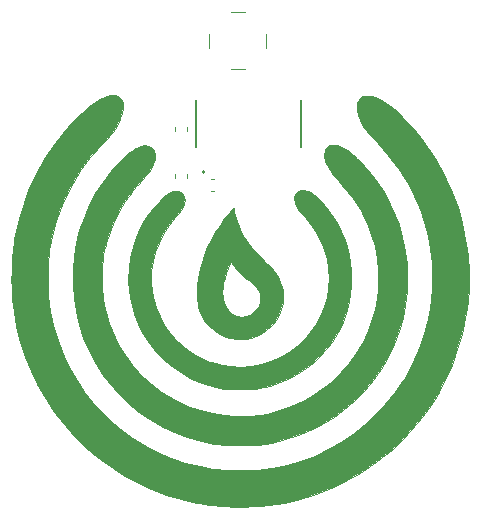
<source format=gto>
G04 #@! TF.GenerationSoftware,KiCad,Pcbnew,5.0.2-bee76a0~70~ubuntu18.04.1*
G04 #@! TF.CreationDate,2019-08-08T16:15:43+02:00*
G04 #@! TF.ProjectId,Badge (copy),42616467-6520-4286-936f-7079292e6b69,V01*
G04 #@! TF.SameCoordinates,Original*
G04 #@! TF.FileFunction,Legend,Top*
G04 #@! TF.FilePolarity,Positive*
%FSLAX46Y46*%
G04 Gerber Fmt 4.6, Leading zero omitted, Abs format (unit mm)*
G04 Created by KiCad (PCBNEW 5.0.2-bee76a0~70~ubuntu18.04.1) date Thu 08 Aug 2019 04:15:43 PM SAST*
%MOMM*%
%LPD*%
G01*
G04 APERTURE LIST*
%ADD10C,0.120000*%
%ADD11C,0.127000*%
%ADD12C,0.200000*%
%ADD13C,0.010000*%
%ADD14C,0.100000*%
G04 APERTURE END LIST*
D10*
G04 #@! TO.C,R14*
X104612221Y-92331000D02*
X104937779Y-92331000D01*
X104612221Y-91311000D02*
X104937779Y-91311000D01*
G04 #@! TO.C,C1*
X109438221Y-78738000D02*
X109763779Y-78738000D01*
X109438221Y-79758000D02*
X109763779Y-79758000D01*
G04 #@! TO.C,C2*
X106424000Y-78297721D02*
X106424000Y-78623279D01*
X107444000Y-78297721D02*
X107444000Y-78623279D01*
G04 #@! TO.C,C3*
X106424000Y-74645639D02*
X106424000Y-74320081D01*
X107444000Y-74645639D02*
X107444000Y-74320081D01*
G04 #@! TO.C,R1*
X95442721Y-81028000D02*
X95768279Y-81028000D01*
X95442721Y-80008000D02*
X95768279Y-80008000D01*
G04 #@! TO.C,R2*
X96763721Y-96264000D02*
X97089279Y-96264000D01*
X96763721Y-97284000D02*
X97089279Y-97284000D01*
G04 #@! TO.C,R3*
X105907721Y-104396000D02*
X106233279Y-104396000D01*
X105907721Y-103376000D02*
X106233279Y-103376000D01*
G04 #@! TO.C,R4*
X118455221Y-103376000D02*
X118780779Y-103376000D01*
X118455221Y-104396000D02*
X118780779Y-104396000D01*
G04 #@! TO.C,R5*
X127091221Y-96264000D02*
X127416779Y-96264000D01*
X127091221Y-97284000D02*
X127416779Y-97284000D01*
G04 #@! TO.C,R6*
X128386721Y-80008000D02*
X128712279Y-80008000D01*
X128386721Y-81028000D02*
X128712279Y-81028000D01*
G04 #@! TO.C,R7*
X124297221Y-84203000D02*
X124622779Y-84203000D01*
X124297221Y-83183000D02*
X124622779Y-83183000D01*
G04 #@! TO.C,R8*
X119979221Y-96772000D02*
X120304779Y-96772000D01*
X119979221Y-97792000D02*
X120304779Y-97792000D01*
G04 #@! TO.C,R9*
X103596221Y-97665000D02*
X103921779Y-97665000D01*
X103596221Y-96645000D02*
X103921779Y-96645000D01*
G04 #@! TO.C,R10*
X99532221Y-83056000D02*
X99857779Y-83056000D01*
X99532221Y-84076000D02*
X99857779Y-84076000D01*
G04 #@! TO.C,R11*
X129478721Y-92331000D02*
X129804279Y-92331000D01*
X129478721Y-91311000D02*
X129804279Y-91311000D01*
G04 #@! TO.C,R12*
X94579221Y-92331000D02*
X94904779Y-92331000D01*
X94579221Y-91311000D02*
X94904779Y-91311000D01*
G04 #@! TO.C,R13*
X103977221Y-83818000D02*
X104302779Y-83818000D01*
X103977221Y-84838000D02*
X104302779Y-84838000D01*
G04 #@! TO.C,R15*
X118582221Y-92585000D02*
X118907779Y-92585000D01*
X118582221Y-91565000D02*
X118907779Y-91565000D01*
G04 #@! TO.C,R16*
X94325221Y-84711000D02*
X94650779Y-84711000D01*
X94325221Y-83691000D02*
X94650779Y-83691000D01*
G04 #@! TO.C,R17*
X119598221Y-83818000D02*
X119923779Y-83818000D01*
X119598221Y-84838000D02*
X119923779Y-84838000D01*
G04 #@! TO.C,R18*
X129504221Y-83691000D02*
X129829779Y-83691000D01*
X129504221Y-84711000D02*
X129829779Y-84711000D01*
G04 #@! TO.C,R19*
X126456221Y-77726000D02*
X126781779Y-77726000D01*
X126456221Y-76706000D02*
X126781779Y-76706000D01*
G04 #@! TO.C,R20*
X97246221Y-77853000D02*
X97571779Y-77853000D01*
X97246221Y-76833000D02*
X97571779Y-76833000D01*
D11*
G04 #@! TO.C,U1*
X108230000Y-76041000D02*
X108230000Y-72041000D01*
X117068000Y-76041000D02*
X117068000Y-72041000D01*
D12*
X108939000Y-78101000D02*
G75*
G03X108939000Y-78101000I-100000J0D01*
G01*
D13*
G04 #@! TO.C,G\002A\002A\002A*
G36*
X111410601Y-81193747D02*
X111424085Y-81293244D01*
X111444566Y-81486630D01*
X111501241Y-81746071D01*
X111586956Y-82048374D01*
X111694557Y-82370346D01*
X111816891Y-82688794D01*
X111940440Y-82967350D01*
X112119858Y-83324116D01*
X112300263Y-83644161D01*
X112493746Y-83943540D01*
X112712397Y-84238307D01*
X112968309Y-84544517D01*
X113273573Y-84878225D01*
X113640278Y-85255486D01*
X113736041Y-85351561D01*
X114159299Y-85785871D01*
X114510364Y-86173496D01*
X114796955Y-86526559D01*
X115026792Y-86857184D01*
X115207593Y-87177493D01*
X115347078Y-87499609D01*
X115452965Y-87835658D01*
X115526630Y-88163779D01*
X115572286Y-88655849D01*
X115532577Y-89169576D01*
X115412999Y-89686753D01*
X115219044Y-90189172D01*
X114956207Y-90658626D01*
X114656406Y-91047848D01*
X114237704Y-91445432D01*
X113760696Y-91776986D01*
X113244866Y-92030577D01*
X112831838Y-92165622D01*
X112461624Y-92231945D01*
X112040840Y-92261241D01*
X111608972Y-92253560D01*
X111205507Y-92208952D01*
X110988986Y-92163310D01*
X110495900Y-91995010D01*
X110043883Y-91755295D01*
X109614979Y-91433511D01*
X109363308Y-91198664D01*
X108992167Y-90779715D01*
X108704248Y-90342595D01*
X108493034Y-89872115D01*
X108352007Y-89353090D01*
X108274651Y-88770333D01*
X108266076Y-88641793D01*
X108266977Y-88292750D01*
X110438312Y-88292750D01*
X110472754Y-88775424D01*
X110573465Y-89205277D01*
X110738059Y-89575231D01*
X110964153Y-89878205D01*
X111249362Y-90107120D01*
X111264578Y-90116171D01*
X111637514Y-90283463D01*
X112015361Y-90352117D01*
X112395236Y-90321954D01*
X112743024Y-90207232D01*
X113060682Y-90010335D01*
X113329158Y-89731860D01*
X113494585Y-89471092D01*
X113564609Y-89323084D01*
X113605764Y-89186175D01*
X113625285Y-89024126D01*
X113630403Y-88800698D01*
X113630411Y-88790621D01*
X113624995Y-88557114D01*
X113604606Y-88388923D01*
X113563229Y-88252548D01*
X113515961Y-88153170D01*
X113281173Y-87813402D01*
X112958076Y-87508072D01*
X112649470Y-87298393D01*
X112369277Y-87107950D01*
X112083048Y-86869626D01*
X111811751Y-86604644D01*
X111576352Y-86334228D01*
X111397819Y-86079598D01*
X111340482Y-85973445D01*
X111191827Y-85661543D01*
X111036312Y-85953319D01*
X110887784Y-86273950D01*
X110745180Y-86657321D01*
X110619811Y-87067100D01*
X110522986Y-87466954D01*
X110472522Y-87764335D01*
X110438312Y-88292750D01*
X108266977Y-88292750D01*
X108268007Y-87893792D01*
X108353973Y-87110335D01*
X108520445Y-86302630D01*
X108763898Y-85481883D01*
X109080803Y-84659301D01*
X109467633Y-83846091D01*
X109920861Y-83053459D01*
X110124224Y-82738278D01*
X110303507Y-82476818D01*
X110495617Y-82208706D01*
X110690813Y-81946284D01*
X110879356Y-81701896D01*
X111051505Y-81487884D01*
X111197522Y-81316591D01*
X111307665Y-81200360D01*
X111372197Y-81151532D01*
X111376933Y-81150778D01*
X111410601Y-81193747D01*
X111410601Y-81193747D01*
G37*
X111410601Y-81193747D02*
X111424085Y-81293244D01*
X111444566Y-81486630D01*
X111501241Y-81746071D01*
X111586956Y-82048374D01*
X111694557Y-82370346D01*
X111816891Y-82688794D01*
X111940440Y-82967350D01*
X112119858Y-83324116D01*
X112300263Y-83644161D01*
X112493746Y-83943540D01*
X112712397Y-84238307D01*
X112968309Y-84544517D01*
X113273573Y-84878225D01*
X113640278Y-85255486D01*
X113736041Y-85351561D01*
X114159299Y-85785871D01*
X114510364Y-86173496D01*
X114796955Y-86526559D01*
X115026792Y-86857184D01*
X115207593Y-87177493D01*
X115347078Y-87499609D01*
X115452965Y-87835658D01*
X115526630Y-88163779D01*
X115572286Y-88655849D01*
X115532577Y-89169576D01*
X115412999Y-89686753D01*
X115219044Y-90189172D01*
X114956207Y-90658626D01*
X114656406Y-91047848D01*
X114237704Y-91445432D01*
X113760696Y-91776986D01*
X113244866Y-92030577D01*
X112831838Y-92165622D01*
X112461624Y-92231945D01*
X112040840Y-92261241D01*
X111608972Y-92253560D01*
X111205507Y-92208952D01*
X110988986Y-92163310D01*
X110495900Y-91995010D01*
X110043883Y-91755295D01*
X109614979Y-91433511D01*
X109363308Y-91198664D01*
X108992167Y-90779715D01*
X108704248Y-90342595D01*
X108493034Y-89872115D01*
X108352007Y-89353090D01*
X108274651Y-88770333D01*
X108266076Y-88641793D01*
X108266977Y-88292750D01*
X110438312Y-88292750D01*
X110472754Y-88775424D01*
X110573465Y-89205277D01*
X110738059Y-89575231D01*
X110964153Y-89878205D01*
X111249362Y-90107120D01*
X111264578Y-90116171D01*
X111637514Y-90283463D01*
X112015361Y-90352117D01*
X112395236Y-90321954D01*
X112743024Y-90207232D01*
X113060682Y-90010335D01*
X113329158Y-89731860D01*
X113494585Y-89471092D01*
X113564609Y-89323084D01*
X113605764Y-89186175D01*
X113625285Y-89024126D01*
X113630403Y-88800698D01*
X113630411Y-88790621D01*
X113624995Y-88557114D01*
X113604606Y-88388923D01*
X113563229Y-88252548D01*
X113515961Y-88153170D01*
X113281173Y-87813402D01*
X112958076Y-87508072D01*
X112649470Y-87298393D01*
X112369277Y-87107950D01*
X112083048Y-86869626D01*
X111811751Y-86604644D01*
X111576352Y-86334228D01*
X111397819Y-86079598D01*
X111340482Y-85973445D01*
X111191827Y-85661543D01*
X111036312Y-85953319D01*
X110887784Y-86273950D01*
X110745180Y-86657321D01*
X110619811Y-87067100D01*
X110522986Y-87466954D01*
X110472522Y-87764335D01*
X110438312Y-88292750D01*
X108266977Y-88292750D01*
X108268007Y-87893792D01*
X108353973Y-87110335D01*
X108520445Y-86302630D01*
X108763898Y-85481883D01*
X109080803Y-84659301D01*
X109467633Y-83846091D01*
X109920861Y-83053459D01*
X110124224Y-82738278D01*
X110303507Y-82476818D01*
X110495617Y-82208706D01*
X110690813Y-81946284D01*
X110879356Y-81701896D01*
X111051505Y-81487884D01*
X111197522Y-81316591D01*
X111307665Y-81200360D01*
X111372197Y-81151532D01*
X111376933Y-81150778D01*
X111410601Y-81193747D01*
G36*
X117604002Y-79703973D02*
X117909485Y-79847573D01*
X118218764Y-80057617D01*
X118330902Y-80150838D01*
X118787079Y-80592424D01*
X119238500Y-81109303D01*
X119667884Y-81678344D01*
X120057946Y-82276415D01*
X120391405Y-82880383D01*
X120432135Y-82963156D01*
X120802822Y-83840277D01*
X121081589Y-84746216D01*
X121268234Y-85672727D01*
X121362556Y-86611564D01*
X121364352Y-87554480D01*
X121273420Y-88493229D01*
X121089558Y-89419566D01*
X120812565Y-90325245D01*
X120624137Y-90802950D01*
X120202268Y-91667137D01*
X119701315Y-92475243D01*
X119126774Y-93223051D01*
X118484143Y-93906347D01*
X117778920Y-94520914D01*
X117016604Y-95062539D01*
X116202691Y-95527003D01*
X115342680Y-95910094D01*
X114442068Y-96207594D01*
X113506354Y-96415289D01*
X113253178Y-96454745D01*
X112929169Y-96488760D01*
X112537452Y-96510992D01*
X112105716Y-96521514D01*
X111661654Y-96520397D01*
X111232955Y-96507712D01*
X110847309Y-96483530D01*
X110532408Y-96447923D01*
X110531116Y-96447726D01*
X109583974Y-96254025D01*
X108673493Y-95971173D01*
X107804765Y-95603462D01*
X106982882Y-95155185D01*
X106212936Y-94630635D01*
X105500019Y-94034105D01*
X104849222Y-93369887D01*
X104265638Y-92642275D01*
X103754359Y-91855562D01*
X103320476Y-91014040D01*
X102969082Y-90122002D01*
X102946116Y-90052945D01*
X102697376Y-89139247D01*
X102542573Y-88207147D01*
X102480808Y-87265486D01*
X102511182Y-86323104D01*
X102632795Y-85388842D01*
X102844748Y-84471539D01*
X103146140Y-83580036D01*
X103536073Y-82723173D01*
X103727689Y-82372867D01*
X104038630Y-81866483D01*
X104362394Y-81411761D01*
X104724467Y-80975446D01*
X105123694Y-80551186D01*
X105419783Y-80262069D01*
X105670757Y-80043978D01*
X105890854Y-79888433D01*
X106094317Y-79786953D01*
X106295385Y-79731059D01*
X106508300Y-79712271D01*
X106532763Y-79712106D01*
X106796584Y-79752082D01*
X107000099Y-79870461D01*
X107140409Y-80064915D01*
X107199943Y-80247291D01*
X107228661Y-80515462D01*
X107195458Y-80781443D01*
X107095351Y-81056434D01*
X106923355Y-81351635D01*
X106674488Y-81678247D01*
X106449150Y-81934527D01*
X105892367Y-82610560D01*
X105420920Y-83330435D01*
X105036619Y-84087622D01*
X104741277Y-84875589D01*
X104536704Y-85687804D01*
X104424710Y-86517735D01*
X104407107Y-87358850D01*
X104485707Y-88204618D01*
X104575518Y-88692111D01*
X104805692Y-89519961D01*
X105123197Y-90305862D01*
X105523082Y-91044314D01*
X106000395Y-91729815D01*
X106550186Y-92356865D01*
X107167504Y-92919961D01*
X107847397Y-93413602D01*
X108584913Y-93832288D01*
X109375103Y-94170516D01*
X109565993Y-94237091D01*
X110376864Y-94456480D01*
X111206162Y-94581371D01*
X112044422Y-94612487D01*
X112882181Y-94550547D01*
X113709975Y-94396274D01*
X114518340Y-94150387D01*
X115297813Y-93813608D01*
X115328618Y-93798073D01*
X116067479Y-93369659D01*
X116741763Y-92870126D01*
X117348417Y-92306196D01*
X117884392Y-91684590D01*
X118346634Y-91012030D01*
X118732092Y-90295237D01*
X119037714Y-89540931D01*
X119260449Y-88755834D01*
X119397245Y-87946668D01*
X119445051Y-87120153D01*
X119400814Y-86283010D01*
X119261483Y-85441961D01*
X119213776Y-85241154D01*
X118961463Y-84429263D01*
X118624374Y-83665410D01*
X118199699Y-82944458D01*
X117684630Y-82261270D01*
X117420254Y-81962246D01*
X117240550Y-81761862D01*
X117067802Y-81558051D01*
X116924318Y-81377727D01*
X116847186Y-81270873D01*
X116675590Y-80957825D01*
X116572214Y-80647481D01*
X116537114Y-80353670D01*
X116570345Y-80090223D01*
X116671964Y-79870969D01*
X116840924Y-79710430D01*
X117056663Y-79631541D01*
X117315376Y-79630676D01*
X117604002Y-79703973D01*
X117604002Y-79703973D01*
G37*
X117604002Y-79703973D02*
X117909485Y-79847573D01*
X118218764Y-80057617D01*
X118330902Y-80150838D01*
X118787079Y-80592424D01*
X119238500Y-81109303D01*
X119667884Y-81678344D01*
X120057946Y-82276415D01*
X120391405Y-82880383D01*
X120432135Y-82963156D01*
X120802822Y-83840277D01*
X121081589Y-84746216D01*
X121268234Y-85672727D01*
X121362556Y-86611564D01*
X121364352Y-87554480D01*
X121273420Y-88493229D01*
X121089558Y-89419566D01*
X120812565Y-90325245D01*
X120624137Y-90802950D01*
X120202268Y-91667137D01*
X119701315Y-92475243D01*
X119126774Y-93223051D01*
X118484143Y-93906347D01*
X117778920Y-94520914D01*
X117016604Y-95062539D01*
X116202691Y-95527003D01*
X115342680Y-95910094D01*
X114442068Y-96207594D01*
X113506354Y-96415289D01*
X113253178Y-96454745D01*
X112929169Y-96488760D01*
X112537452Y-96510992D01*
X112105716Y-96521514D01*
X111661654Y-96520397D01*
X111232955Y-96507712D01*
X110847309Y-96483530D01*
X110532408Y-96447923D01*
X110531116Y-96447726D01*
X109583974Y-96254025D01*
X108673493Y-95971173D01*
X107804765Y-95603462D01*
X106982882Y-95155185D01*
X106212936Y-94630635D01*
X105500019Y-94034105D01*
X104849222Y-93369887D01*
X104265638Y-92642275D01*
X103754359Y-91855562D01*
X103320476Y-91014040D01*
X102969082Y-90122002D01*
X102946116Y-90052945D01*
X102697376Y-89139247D01*
X102542573Y-88207147D01*
X102480808Y-87265486D01*
X102511182Y-86323104D01*
X102632795Y-85388842D01*
X102844748Y-84471539D01*
X103146140Y-83580036D01*
X103536073Y-82723173D01*
X103727689Y-82372867D01*
X104038630Y-81866483D01*
X104362394Y-81411761D01*
X104724467Y-80975446D01*
X105123694Y-80551186D01*
X105419783Y-80262069D01*
X105670757Y-80043978D01*
X105890854Y-79888433D01*
X106094317Y-79786953D01*
X106295385Y-79731059D01*
X106508300Y-79712271D01*
X106532763Y-79712106D01*
X106796584Y-79752082D01*
X107000099Y-79870461D01*
X107140409Y-80064915D01*
X107199943Y-80247291D01*
X107228661Y-80515462D01*
X107195458Y-80781443D01*
X107095351Y-81056434D01*
X106923355Y-81351635D01*
X106674488Y-81678247D01*
X106449150Y-81934527D01*
X105892367Y-82610560D01*
X105420920Y-83330435D01*
X105036619Y-84087622D01*
X104741277Y-84875589D01*
X104536704Y-85687804D01*
X104424710Y-86517735D01*
X104407107Y-87358850D01*
X104485707Y-88204618D01*
X104575518Y-88692111D01*
X104805692Y-89519961D01*
X105123197Y-90305862D01*
X105523082Y-91044314D01*
X106000395Y-91729815D01*
X106550186Y-92356865D01*
X107167504Y-92919961D01*
X107847397Y-93413602D01*
X108584913Y-93832288D01*
X109375103Y-94170516D01*
X109565993Y-94237091D01*
X110376864Y-94456480D01*
X111206162Y-94581371D01*
X112044422Y-94612487D01*
X112882181Y-94550547D01*
X113709975Y-94396274D01*
X114518340Y-94150387D01*
X115297813Y-93813608D01*
X115328618Y-93798073D01*
X116067479Y-93369659D01*
X116741763Y-92870126D01*
X117348417Y-92306196D01*
X117884392Y-91684590D01*
X118346634Y-91012030D01*
X118732092Y-90295237D01*
X119037714Y-89540931D01*
X119260449Y-88755834D01*
X119397245Y-87946668D01*
X119445051Y-87120153D01*
X119400814Y-86283010D01*
X119261483Y-85441961D01*
X119213776Y-85241154D01*
X118961463Y-84429263D01*
X118624374Y-83665410D01*
X118199699Y-82944458D01*
X117684630Y-82261270D01*
X117420254Y-81962246D01*
X117240550Y-81761862D01*
X117067802Y-81558051D01*
X116924318Y-81377727D01*
X116847186Y-81270873D01*
X116675590Y-80957825D01*
X116572214Y-80647481D01*
X116537114Y-80353670D01*
X116570345Y-80090223D01*
X116671964Y-79870969D01*
X116840924Y-79710430D01*
X117056663Y-79631541D01*
X117315376Y-79630676D01*
X117604002Y-79703973D01*
G36*
X120151214Y-75856533D02*
X120495939Y-75978807D01*
X120871496Y-76177837D01*
X120972383Y-76241620D01*
X121156832Y-76374331D01*
X121383150Y-76555680D01*
X121624208Y-76763004D01*
X121852875Y-76973644D01*
X121879267Y-76999108D01*
X122660575Y-77825505D01*
X123375199Y-78720811D01*
X124017069Y-79675384D01*
X124580115Y-80679580D01*
X125058270Y-81723759D01*
X125355751Y-82522065D01*
X125681026Y-83638502D01*
X125913126Y-84774708D01*
X126052632Y-85923415D01*
X126100123Y-87077360D01*
X126056178Y-88229275D01*
X125921377Y-89371897D01*
X125696300Y-90497959D01*
X125381527Y-91600196D01*
X124977636Y-92671343D01*
X124485208Y-93704134D01*
X124459922Y-93751559D01*
X123857063Y-94774515D01*
X123181530Y-95732733D01*
X122437956Y-96623664D01*
X121630978Y-97444758D01*
X120765231Y-98193466D01*
X119845349Y-98867239D01*
X118875969Y-99463528D01*
X117861724Y-99979784D01*
X116807250Y-100413458D01*
X115717183Y-100762001D01*
X114596157Y-101022863D01*
X113448808Y-101193496D01*
X112279771Y-101271350D01*
X111093681Y-101253877D01*
X110846698Y-101238135D01*
X109713659Y-101107284D01*
X108584562Y-100879782D01*
X107468048Y-100558081D01*
X106372758Y-100144636D01*
X105404535Y-99692157D01*
X104406934Y-99126188D01*
X103460267Y-98478832D01*
X102569460Y-97756075D01*
X101739441Y-96963899D01*
X100975137Y-96108290D01*
X100281475Y-95195230D01*
X99663381Y-94230704D01*
X99125783Y-93220695D01*
X98673608Y-92171188D01*
X98311782Y-91088167D01*
X98307275Y-91072421D01*
X98026874Y-89916120D01*
X97842876Y-88754838D01*
X97753988Y-87593807D01*
X97758917Y-86438261D01*
X97856372Y-85293433D01*
X98045059Y-84164554D01*
X98323687Y-83056859D01*
X98690964Y-81975579D01*
X99145597Y-80925948D01*
X99686294Y-79913198D01*
X100311763Y-78942563D01*
X101020711Y-78019275D01*
X101723455Y-77238911D01*
X102112802Y-76855730D01*
X102468630Y-76546231D01*
X102806660Y-76297958D01*
X103142614Y-76098457D01*
X103200704Y-76068468D01*
X103555257Y-75923709D01*
X103875195Y-75861281D01*
X104153887Y-75878283D01*
X104384703Y-75971811D01*
X104561014Y-76138963D01*
X104676187Y-76376837D01*
X104723593Y-76682528D01*
X104724449Y-76735543D01*
X104690907Y-77033430D01*
X104597381Y-77370654D01*
X104453953Y-77716303D01*
X104329376Y-77946533D01*
X104235509Y-78082682D01*
X104089423Y-78270769D01*
X103907365Y-78490924D01*
X103705583Y-78723276D01*
X103585804Y-78855919D01*
X103371732Y-79091876D01*
X103158655Y-79331311D01*
X102965516Y-79552628D01*
X102811259Y-79734225D01*
X102752688Y-79805806D01*
X102194121Y-80574222D01*
X101689517Y-81411762D01*
X101248485Y-82298798D01*
X100880633Y-83215701D01*
X100595570Y-84142844D01*
X100559407Y-84286235D01*
X100451121Y-84754933D01*
X100369150Y-85177950D01*
X100310320Y-85583097D01*
X100271455Y-85998187D01*
X100249382Y-86451030D01*
X100240925Y-86969438D01*
X100240594Y-87079098D01*
X100245428Y-87613539D01*
X100263606Y-88077654D01*
X100298372Y-88499821D01*
X100352969Y-88908416D01*
X100430643Y-89331819D01*
X100534638Y-89798405D01*
X100566716Y-89931637D01*
X100860684Y-90931805D01*
X101244226Y-91897542D01*
X101712302Y-92823019D01*
X102259872Y-93702409D01*
X102881897Y-94529886D01*
X103573337Y-95299621D01*
X104329151Y-96005787D01*
X105144302Y-96642556D01*
X106013748Y-97204103D01*
X106932450Y-97684598D01*
X107474709Y-97919375D01*
X108512887Y-98287588D01*
X109548628Y-98557128D01*
X110585653Y-98728347D01*
X111627681Y-98801600D01*
X112678431Y-98777241D01*
X113741622Y-98655622D01*
X114251819Y-98563935D01*
X115283220Y-98307843D01*
X116276482Y-97962707D01*
X117227045Y-97532843D01*
X118130350Y-97022571D01*
X118981838Y-96436208D01*
X119776950Y-95778073D01*
X120511126Y-95052484D01*
X121179809Y-94263759D01*
X121778438Y-93416217D01*
X122302455Y-92514175D01*
X122747301Y-91561952D01*
X123108415Y-90563866D01*
X123260891Y-90030856D01*
X123408845Y-89388230D01*
X123514216Y-88747166D01*
X123581514Y-88074283D01*
X123612910Y-87426363D01*
X123601473Y-86372989D01*
X123504311Y-85361963D01*
X123318960Y-84381668D01*
X123042956Y-83420489D01*
X122673834Y-82466810D01*
X122463860Y-82010374D01*
X122131121Y-81364762D01*
X121776310Y-80765948D01*
X121384392Y-80192462D01*
X120940329Y-79622834D01*
X120429086Y-79035596D01*
X120228922Y-78819182D01*
X119827330Y-78361131D01*
X119513928Y-77935808D01*
X119285524Y-77537293D01*
X119138926Y-77159667D01*
X119070941Y-76797010D01*
X119065052Y-76661129D01*
X119099269Y-76350478D01*
X119200178Y-76108695D01*
X119361805Y-75937095D01*
X119578171Y-75836991D01*
X119843299Y-75809699D01*
X120151214Y-75856533D01*
X120151214Y-75856533D01*
G37*
X120151214Y-75856533D02*
X120495939Y-75978807D01*
X120871496Y-76177837D01*
X120972383Y-76241620D01*
X121156832Y-76374331D01*
X121383150Y-76555680D01*
X121624208Y-76763004D01*
X121852875Y-76973644D01*
X121879267Y-76999108D01*
X122660575Y-77825505D01*
X123375199Y-78720811D01*
X124017069Y-79675384D01*
X124580115Y-80679580D01*
X125058270Y-81723759D01*
X125355751Y-82522065D01*
X125681026Y-83638502D01*
X125913126Y-84774708D01*
X126052632Y-85923415D01*
X126100123Y-87077360D01*
X126056178Y-88229275D01*
X125921377Y-89371897D01*
X125696300Y-90497959D01*
X125381527Y-91600196D01*
X124977636Y-92671343D01*
X124485208Y-93704134D01*
X124459922Y-93751559D01*
X123857063Y-94774515D01*
X123181530Y-95732733D01*
X122437956Y-96623664D01*
X121630978Y-97444758D01*
X120765231Y-98193466D01*
X119845349Y-98867239D01*
X118875969Y-99463528D01*
X117861724Y-99979784D01*
X116807250Y-100413458D01*
X115717183Y-100762001D01*
X114596157Y-101022863D01*
X113448808Y-101193496D01*
X112279771Y-101271350D01*
X111093681Y-101253877D01*
X110846698Y-101238135D01*
X109713659Y-101107284D01*
X108584562Y-100879782D01*
X107468048Y-100558081D01*
X106372758Y-100144636D01*
X105404535Y-99692157D01*
X104406934Y-99126188D01*
X103460267Y-98478832D01*
X102569460Y-97756075D01*
X101739441Y-96963899D01*
X100975137Y-96108290D01*
X100281475Y-95195230D01*
X99663381Y-94230704D01*
X99125783Y-93220695D01*
X98673608Y-92171188D01*
X98311782Y-91088167D01*
X98307275Y-91072421D01*
X98026874Y-89916120D01*
X97842876Y-88754838D01*
X97753988Y-87593807D01*
X97758917Y-86438261D01*
X97856372Y-85293433D01*
X98045059Y-84164554D01*
X98323687Y-83056859D01*
X98690964Y-81975579D01*
X99145597Y-80925948D01*
X99686294Y-79913198D01*
X100311763Y-78942563D01*
X101020711Y-78019275D01*
X101723455Y-77238911D01*
X102112802Y-76855730D01*
X102468630Y-76546231D01*
X102806660Y-76297958D01*
X103142614Y-76098457D01*
X103200704Y-76068468D01*
X103555257Y-75923709D01*
X103875195Y-75861281D01*
X104153887Y-75878283D01*
X104384703Y-75971811D01*
X104561014Y-76138963D01*
X104676187Y-76376837D01*
X104723593Y-76682528D01*
X104724449Y-76735543D01*
X104690907Y-77033430D01*
X104597381Y-77370654D01*
X104453953Y-77716303D01*
X104329376Y-77946533D01*
X104235509Y-78082682D01*
X104089423Y-78270769D01*
X103907365Y-78490924D01*
X103705583Y-78723276D01*
X103585804Y-78855919D01*
X103371732Y-79091876D01*
X103158655Y-79331311D01*
X102965516Y-79552628D01*
X102811259Y-79734225D01*
X102752688Y-79805806D01*
X102194121Y-80574222D01*
X101689517Y-81411762D01*
X101248485Y-82298798D01*
X100880633Y-83215701D01*
X100595570Y-84142844D01*
X100559407Y-84286235D01*
X100451121Y-84754933D01*
X100369150Y-85177950D01*
X100310320Y-85583097D01*
X100271455Y-85998187D01*
X100249382Y-86451030D01*
X100240925Y-86969438D01*
X100240594Y-87079098D01*
X100245428Y-87613539D01*
X100263606Y-88077654D01*
X100298372Y-88499821D01*
X100352969Y-88908416D01*
X100430643Y-89331819D01*
X100534638Y-89798405D01*
X100566716Y-89931637D01*
X100860684Y-90931805D01*
X101244226Y-91897542D01*
X101712302Y-92823019D01*
X102259872Y-93702409D01*
X102881897Y-94529886D01*
X103573337Y-95299621D01*
X104329151Y-96005787D01*
X105144302Y-96642556D01*
X106013748Y-97204103D01*
X106932450Y-97684598D01*
X107474709Y-97919375D01*
X108512887Y-98287588D01*
X109548628Y-98557128D01*
X110585653Y-98728347D01*
X111627681Y-98801600D01*
X112678431Y-98777241D01*
X113741622Y-98655622D01*
X114251819Y-98563935D01*
X115283220Y-98307843D01*
X116276482Y-97962707D01*
X117227045Y-97532843D01*
X118130350Y-97022571D01*
X118981838Y-96436208D01*
X119776950Y-95778073D01*
X120511126Y-95052484D01*
X121179809Y-94263759D01*
X121778438Y-93416217D01*
X122302455Y-92514175D01*
X122747301Y-91561952D01*
X123108415Y-90563866D01*
X123260891Y-90030856D01*
X123408845Y-89388230D01*
X123514216Y-88747166D01*
X123581514Y-88074283D01*
X123612910Y-87426363D01*
X123601473Y-86372989D01*
X123504311Y-85361963D01*
X123318960Y-84381668D01*
X123042956Y-83420489D01*
X122673834Y-82466810D01*
X122463860Y-82010374D01*
X122131121Y-81364762D01*
X121776310Y-80765948D01*
X121384392Y-80192462D01*
X120940329Y-79622834D01*
X120429086Y-79035596D01*
X120228922Y-78819182D01*
X119827330Y-78361131D01*
X119513928Y-77935808D01*
X119285524Y-77537293D01*
X119138926Y-77159667D01*
X119070941Y-76797010D01*
X119065052Y-76661129D01*
X119099269Y-76350478D01*
X119200178Y-76108695D01*
X119361805Y-75937095D01*
X119578171Y-75836991D01*
X119843299Y-75809699D01*
X120151214Y-75856533D01*
G36*
X101454645Y-71636109D02*
X101684361Y-71728647D01*
X101858050Y-71893624D01*
X101945174Y-72040186D01*
X102038216Y-72345630D01*
X102046267Y-72701376D01*
X101969414Y-73106680D01*
X101807745Y-73560796D01*
X101750943Y-73688693D01*
X101620835Y-73955557D01*
X101481902Y-74205641D01*
X101324657Y-74451422D01*
X101139613Y-74705376D01*
X100917284Y-74979981D01*
X100648183Y-75287713D01*
X100322824Y-75641048D01*
X100037792Y-75941793D01*
X99228521Y-76859652D01*
X98494431Y-77840246D01*
X97837636Y-78879185D01*
X97260254Y-79972078D01*
X96764400Y-81114535D01*
X96352189Y-82302166D01*
X96025737Y-83530581D01*
X95794480Y-84747457D01*
X95749260Y-85110704D01*
X95711894Y-85549731D01*
X95682984Y-86041362D01*
X95663127Y-86562424D01*
X95652925Y-87089743D01*
X95652978Y-87600145D01*
X95663885Y-88070455D01*
X95686246Y-88477500D01*
X95695184Y-88582808D01*
X95862939Y-89856667D01*
X96124748Y-91099169D01*
X96480201Y-92309306D01*
X96928891Y-93486071D01*
X97470408Y-94628456D01*
X98104343Y-95735455D01*
X98830286Y-96806059D01*
X99263869Y-97373043D01*
X99501978Y-97655875D01*
X99798768Y-97983270D01*
X100136031Y-98337078D01*
X100495558Y-98699153D01*
X100859141Y-99051345D01*
X101208573Y-99375507D01*
X101525645Y-99653490D01*
X101675843Y-99777088D01*
X102715137Y-100545854D01*
X103794888Y-101224036D01*
X104915218Y-101811687D01*
X106076244Y-102308857D01*
X107278086Y-102715600D01*
X108520865Y-103031967D01*
X109626992Y-103232471D01*
X110007325Y-103278263D01*
X110462204Y-103315564D01*
X110967269Y-103343748D01*
X111498161Y-103362188D01*
X112030518Y-103370261D01*
X112539982Y-103367340D01*
X113002191Y-103352800D01*
X113366353Y-103328478D01*
X114634606Y-103164559D01*
X115872793Y-102907294D01*
X117077122Y-102559015D01*
X118243803Y-102122050D01*
X119369044Y-101598731D01*
X120449056Y-100991388D01*
X121480048Y-100302352D01*
X122458228Y-99533953D01*
X123379805Y-98688522D01*
X124240990Y-97768388D01*
X125037992Y-96775883D01*
X125767019Y-95713337D01*
X125775775Y-95699480D01*
X126147192Y-95066746D01*
X126511160Y-94362827D01*
X126855436Y-93615642D01*
X127167779Y-92853111D01*
X127435946Y-92103152D01*
X127622128Y-91488712D01*
X127843435Y-90602468D01*
X128008193Y-89754010D01*
X128120683Y-88911210D01*
X128185180Y-88041939D01*
X128205964Y-87114071D01*
X128205966Y-87103903D01*
X128164920Y-85859410D01*
X128040267Y-84661386D01*
X127829489Y-83499129D01*
X127530070Y-82361938D01*
X127139494Y-81239109D01*
X126655243Y-80119941D01*
X126478535Y-79757733D01*
X126123625Y-79084264D01*
X125751010Y-78449760D01*
X125349033Y-77838026D01*
X124906036Y-77232867D01*
X124410360Y-76618086D01*
X123850347Y-75977488D01*
X123428688Y-75520835D01*
X122969315Y-75008766D01*
X122593721Y-74536167D01*
X122298033Y-74096025D01*
X122078374Y-73681325D01*
X121930869Y-73285051D01*
X121851644Y-72900190D01*
X121834748Y-72635657D01*
X121866164Y-72289589D01*
X121964640Y-72016498D01*
X122128857Y-71817475D01*
X122357492Y-71693608D01*
X122649224Y-71645985D01*
X123000537Y-71675303D01*
X123397320Y-71784611D01*
X123820569Y-71976807D01*
X124272743Y-72253573D01*
X124756298Y-72616590D01*
X125273690Y-73067542D01*
X125827378Y-73608109D01*
X125835699Y-73616629D01*
X126582353Y-74419295D01*
X127252527Y-75222908D01*
X127860916Y-76048330D01*
X128422219Y-76916422D01*
X128951131Y-77848046D01*
X129308555Y-78546285D01*
X129881169Y-79819359D01*
X130356898Y-81113714D01*
X130735643Y-82428793D01*
X131017305Y-83764039D01*
X131201786Y-85118892D01*
X131288985Y-86492797D01*
X131278803Y-87885194D01*
X131189403Y-89123488D01*
X131001025Y-90483585D01*
X130716376Y-91824083D01*
X130337330Y-93139944D01*
X129865760Y-94426132D01*
X129303539Y-95677610D01*
X128652541Y-96889342D01*
X127914639Y-98056290D01*
X127810979Y-98206518D01*
X127344464Y-98838182D01*
X126812253Y-99493396D01*
X126234546Y-100150210D01*
X125631547Y-100786671D01*
X125023458Y-101380828D01*
X124430479Y-101910729D01*
X124306507Y-102014482D01*
X123203945Y-102861668D01*
X122051773Y-103623594D01*
X120853411Y-104298858D01*
X119612278Y-104886060D01*
X118331793Y-105383797D01*
X117015375Y-105790668D01*
X115666444Y-106105273D01*
X114288418Y-106326210D01*
X113606897Y-106399553D01*
X113402951Y-106412738D01*
X113119792Y-106423654D01*
X112777403Y-106432187D01*
X112395766Y-106438220D01*
X111994865Y-106441639D01*
X111594681Y-106442327D01*
X111215198Y-106440169D01*
X110876397Y-106435049D01*
X110598263Y-106426852D01*
X110431897Y-106417930D01*
X110119983Y-106389414D01*
X109741865Y-106345890D01*
X109328673Y-106291609D01*
X108911536Y-106230823D01*
X108521583Y-106167784D01*
X108273890Y-106123154D01*
X106939841Y-105819526D01*
X105642825Y-105426386D01*
X104386293Y-104947229D01*
X103173698Y-104385552D01*
X102008492Y-103744851D01*
X100894125Y-103028623D01*
X99834050Y-102240364D01*
X98831719Y-101383570D01*
X97890584Y-100461738D01*
X97014096Y-99478364D01*
X96205708Y-98436944D01*
X95468871Y-97340975D01*
X94807037Y-96193953D01*
X94223658Y-94999375D01*
X93722186Y-93760736D01*
X93306073Y-92481534D01*
X92978770Y-91165264D01*
X92850695Y-90501165D01*
X92758648Y-89938188D01*
X92687643Y-89414675D01*
X92636027Y-88906783D01*
X92602143Y-88390668D01*
X92584338Y-87842487D01*
X92580957Y-87238396D01*
X92587377Y-86707028D01*
X92599412Y-86166326D01*
X92615699Y-85703060D01*
X92638309Y-85295469D01*
X92669312Y-84921795D01*
X92710779Y-84560277D01*
X92764782Y-84189156D01*
X92833390Y-83786673D01*
X92898752Y-83434989D01*
X93206425Y-82082298D01*
X93606465Y-80764152D01*
X94097240Y-79483886D01*
X94677118Y-78244838D01*
X95344468Y-77050344D01*
X96097657Y-75903741D01*
X96935053Y-74808365D01*
X97363860Y-74304684D01*
X97960867Y-73655078D01*
X98529479Y-73093544D01*
X99068692Y-72620798D01*
X99577500Y-72237553D01*
X100054899Y-71944522D01*
X100499884Y-71742420D01*
X100911449Y-71631961D01*
X101157326Y-71609685D01*
X101454645Y-71636109D01*
X101454645Y-71636109D01*
G37*
X101454645Y-71636109D02*
X101684361Y-71728647D01*
X101858050Y-71893624D01*
X101945174Y-72040186D01*
X102038216Y-72345630D01*
X102046267Y-72701376D01*
X101969414Y-73106680D01*
X101807745Y-73560796D01*
X101750943Y-73688693D01*
X101620835Y-73955557D01*
X101481902Y-74205641D01*
X101324657Y-74451422D01*
X101139613Y-74705376D01*
X100917284Y-74979981D01*
X100648183Y-75287713D01*
X100322824Y-75641048D01*
X100037792Y-75941793D01*
X99228521Y-76859652D01*
X98494431Y-77840246D01*
X97837636Y-78879185D01*
X97260254Y-79972078D01*
X96764400Y-81114535D01*
X96352189Y-82302166D01*
X96025737Y-83530581D01*
X95794480Y-84747457D01*
X95749260Y-85110704D01*
X95711894Y-85549731D01*
X95682984Y-86041362D01*
X95663127Y-86562424D01*
X95652925Y-87089743D01*
X95652978Y-87600145D01*
X95663885Y-88070455D01*
X95686246Y-88477500D01*
X95695184Y-88582808D01*
X95862939Y-89856667D01*
X96124748Y-91099169D01*
X96480201Y-92309306D01*
X96928891Y-93486071D01*
X97470408Y-94628456D01*
X98104343Y-95735455D01*
X98830286Y-96806059D01*
X99263869Y-97373043D01*
X99501978Y-97655875D01*
X99798768Y-97983270D01*
X100136031Y-98337078D01*
X100495558Y-98699153D01*
X100859141Y-99051345D01*
X101208573Y-99375507D01*
X101525645Y-99653490D01*
X101675843Y-99777088D01*
X102715137Y-100545854D01*
X103794888Y-101224036D01*
X104915218Y-101811687D01*
X106076244Y-102308857D01*
X107278086Y-102715600D01*
X108520865Y-103031967D01*
X109626992Y-103232471D01*
X110007325Y-103278263D01*
X110462204Y-103315564D01*
X110967269Y-103343748D01*
X111498161Y-103362188D01*
X112030518Y-103370261D01*
X112539982Y-103367340D01*
X113002191Y-103352800D01*
X113366353Y-103328478D01*
X114634606Y-103164559D01*
X115872793Y-102907294D01*
X117077122Y-102559015D01*
X118243803Y-102122050D01*
X119369044Y-101598731D01*
X120449056Y-100991388D01*
X121480048Y-100302352D01*
X122458228Y-99533953D01*
X123379805Y-98688522D01*
X124240990Y-97768388D01*
X125037992Y-96775883D01*
X125767019Y-95713337D01*
X125775775Y-95699480D01*
X126147192Y-95066746D01*
X126511160Y-94362827D01*
X126855436Y-93615642D01*
X127167779Y-92853111D01*
X127435946Y-92103152D01*
X127622128Y-91488712D01*
X127843435Y-90602468D01*
X128008193Y-89754010D01*
X128120683Y-88911210D01*
X128185180Y-88041939D01*
X128205964Y-87114071D01*
X128205966Y-87103903D01*
X128164920Y-85859410D01*
X128040267Y-84661386D01*
X127829489Y-83499129D01*
X127530070Y-82361938D01*
X127139494Y-81239109D01*
X126655243Y-80119941D01*
X126478535Y-79757733D01*
X126123625Y-79084264D01*
X125751010Y-78449760D01*
X125349033Y-77838026D01*
X124906036Y-77232867D01*
X124410360Y-76618086D01*
X123850347Y-75977488D01*
X123428688Y-75520835D01*
X122969315Y-75008766D01*
X122593721Y-74536167D01*
X122298033Y-74096025D01*
X122078374Y-73681325D01*
X121930869Y-73285051D01*
X121851644Y-72900190D01*
X121834748Y-72635657D01*
X121866164Y-72289589D01*
X121964640Y-72016498D01*
X122128857Y-71817475D01*
X122357492Y-71693608D01*
X122649224Y-71645985D01*
X123000537Y-71675303D01*
X123397320Y-71784611D01*
X123820569Y-71976807D01*
X124272743Y-72253573D01*
X124756298Y-72616590D01*
X125273690Y-73067542D01*
X125827378Y-73608109D01*
X125835699Y-73616629D01*
X126582353Y-74419295D01*
X127252527Y-75222908D01*
X127860916Y-76048330D01*
X128422219Y-76916422D01*
X128951131Y-77848046D01*
X129308555Y-78546285D01*
X129881169Y-79819359D01*
X130356898Y-81113714D01*
X130735643Y-82428793D01*
X131017305Y-83764039D01*
X131201786Y-85118892D01*
X131288985Y-86492797D01*
X131278803Y-87885194D01*
X131189403Y-89123488D01*
X131001025Y-90483585D01*
X130716376Y-91824083D01*
X130337330Y-93139944D01*
X129865760Y-94426132D01*
X129303539Y-95677610D01*
X128652541Y-96889342D01*
X127914639Y-98056290D01*
X127810979Y-98206518D01*
X127344464Y-98838182D01*
X126812253Y-99493396D01*
X126234546Y-100150210D01*
X125631547Y-100786671D01*
X125023458Y-101380828D01*
X124430479Y-101910729D01*
X124306507Y-102014482D01*
X123203945Y-102861668D01*
X122051773Y-103623594D01*
X120853411Y-104298858D01*
X119612278Y-104886060D01*
X118331793Y-105383797D01*
X117015375Y-105790668D01*
X115666444Y-106105273D01*
X114288418Y-106326210D01*
X113606897Y-106399553D01*
X113402951Y-106412738D01*
X113119792Y-106423654D01*
X112777403Y-106432187D01*
X112395766Y-106438220D01*
X111994865Y-106441639D01*
X111594681Y-106442327D01*
X111215198Y-106440169D01*
X110876397Y-106435049D01*
X110598263Y-106426852D01*
X110431897Y-106417930D01*
X110119983Y-106389414D01*
X109741865Y-106345890D01*
X109328673Y-106291609D01*
X108911536Y-106230823D01*
X108521583Y-106167784D01*
X108273890Y-106123154D01*
X106939841Y-105819526D01*
X105642825Y-105426386D01*
X104386293Y-104947229D01*
X103173698Y-104385552D01*
X102008492Y-103744851D01*
X100894125Y-103028623D01*
X99834050Y-102240364D01*
X98831719Y-101383570D01*
X97890584Y-100461738D01*
X97014096Y-99478364D01*
X96205708Y-98436944D01*
X95468871Y-97340975D01*
X94807037Y-96193953D01*
X94223658Y-94999375D01*
X93722186Y-93760736D01*
X93306073Y-92481534D01*
X92978770Y-91165264D01*
X92850695Y-90501165D01*
X92758648Y-89938188D01*
X92687643Y-89414675D01*
X92636027Y-88906783D01*
X92602143Y-88390668D01*
X92584338Y-87842487D01*
X92580957Y-87238396D01*
X92587377Y-86707028D01*
X92599412Y-86166326D01*
X92615699Y-85703060D01*
X92638309Y-85295469D01*
X92669312Y-84921795D01*
X92710779Y-84560277D01*
X92764782Y-84189156D01*
X92833390Y-83786673D01*
X92898752Y-83434989D01*
X93206425Y-82082298D01*
X93606465Y-80764152D01*
X94097240Y-79483886D01*
X94677118Y-78244838D01*
X95344468Y-77050344D01*
X96097657Y-75903741D01*
X96935053Y-74808365D01*
X97363860Y-74304684D01*
X97960867Y-73655078D01*
X98529479Y-73093544D01*
X99068692Y-72620798D01*
X99577500Y-72237553D01*
X100054899Y-71944522D01*
X100499884Y-71742420D01*
X100911449Y-71631961D01*
X101157326Y-71609685D01*
X101454645Y-71636109D01*
D14*
G04 #@! TO.C,S1*
X111743200Y-69407680D02*
X112343200Y-69407680D01*
X111743200Y-69407680D02*
X111143200Y-69407680D01*
X109343200Y-67007680D02*
X109343200Y-66407680D01*
X109343200Y-67007680D02*
X109343200Y-67607680D01*
X111743200Y-64607680D02*
X112343200Y-64607680D01*
X111743200Y-64607680D02*
X111143200Y-64607680D01*
X114143200Y-67007680D02*
X114143200Y-66407680D01*
X114143200Y-67007680D02*
X114143200Y-67607680D01*
G04 #@! TD*
M02*

</source>
